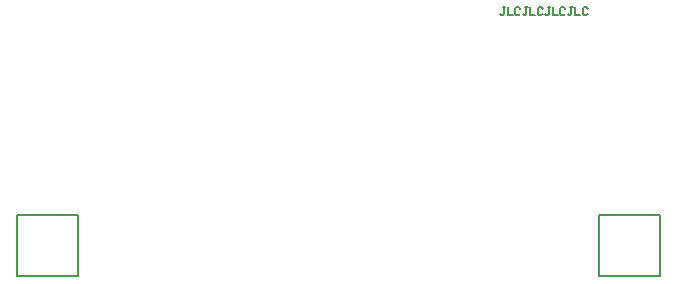
<source format=gbr>
%TF.GenerationSoftware,Altium Limited,Altium Designer,22.11.1 (43)*%
G04 Layer_Color=32896*
%FSLAX45Y45*%
%MOMM*%
%TF.SameCoordinates,43E0CF4A-0526-4127-82AF-783748DA5692*%
%TF.FilePolarity,Positive*%
%TF.FileFunction,Legend,Bot*%
%TF.Part,Single*%
G01*
G75*
%TA.AperFunction,NonConductor*%
%ADD35C,0.20000*%
%ADD40C,0.20320*%
D35*
X11222800Y9036050D02*
Y9556750D01*
Y9036050D02*
X11738800D01*
Y9556750D01*
X11222800D02*
X11738800D01*
X6295200D02*
X6811200D01*
Y9036050D02*
Y9556750D01*
X6295200Y9036050D02*
X6811200D01*
X6295200D02*
Y9556750D01*
D40*
X10425840Y11310599D02*
X10404680D01*
X10415260D01*
Y11257700D01*
X10404680Y11247120D01*
X10394100D01*
X10383520Y11257700D01*
X10446999Y11310599D02*
Y11247120D01*
X10489319D01*
X10552799Y11300020D02*
X10542219Y11310599D01*
X10521059D01*
X10510479Y11300020D01*
Y11257700D01*
X10521059Y11247120D01*
X10542219D01*
X10552799Y11257700D01*
X10616278Y11310599D02*
X10595118D01*
X10605698D01*
Y11257700D01*
X10595118Y11247120D01*
X10584538D01*
X10573958Y11257700D01*
X10637438Y11310599D02*
Y11247120D01*
X10679757D01*
X10743237Y11300020D02*
X10732657Y11310599D01*
X10711497D01*
X10700917Y11300020D01*
Y11257700D01*
X10711497Y11247120D01*
X10732657D01*
X10743237Y11257700D01*
X10806716Y11310599D02*
X10785556D01*
X10796136D01*
Y11257700D01*
X10785556Y11247120D01*
X10774976D01*
X10764397Y11257700D01*
X10827876Y11310599D02*
Y11247120D01*
X10870196D01*
X10933675Y11300020D02*
X10923095Y11310599D01*
X10901935D01*
X10891355Y11300020D01*
Y11257700D01*
X10901935Y11247120D01*
X10923095D01*
X10933675Y11257700D01*
X10997155Y11310599D02*
X10975995D01*
X10986575D01*
Y11257700D01*
X10975995Y11247120D01*
X10965415D01*
X10954835Y11257700D01*
X11018314Y11310599D02*
Y11247120D01*
X11060634D01*
X11124113Y11300020D02*
X11113534Y11310599D01*
X11092374D01*
X11081794Y11300020D01*
Y11257700D01*
X11092374Y11247120D01*
X11113534D01*
X11124113Y11257700D01*
%TF.MD5,2a12f20802f09abc331a2a0e2f5adcc7*%
M02*

</source>
